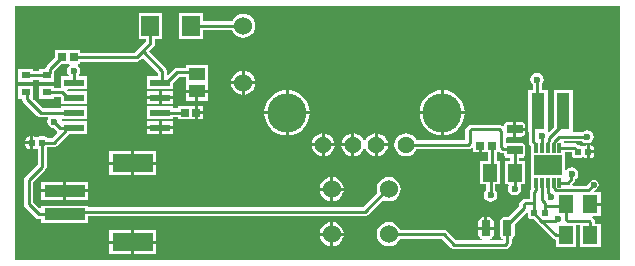
<source format=gtl>
G04*
G04 #@! TF.GenerationSoftware,Altium Limited,Altium Designer,21.2.0 (30)*
G04*
G04 Layer_Physical_Order=1*
G04 Layer_Color=255*
%FSLAX25Y25*%
%MOIN*%
G70*
G04*
G04 #@! TF.SameCoordinates,9EB53224-002F-4CA6-BEF0-4101847B7537*
G04*
G04*
G04 #@! TF.FilePolarity,Positive*
G04*
G01*
G75*
%ADD13C,0.01000*%
%ADD18R,0.13386X0.05906*%
%ADD19R,0.13780X0.03937*%
%ADD20R,0.06500X0.02200*%
%ADD21R,0.05315X0.04331*%
%ADD22R,0.03150X0.02362*%
%ADD23R,0.05984X0.06614*%
%ADD24R,0.02559X0.02559*%
G04:AMPARAMS|DCode=25|XSize=21.65mil|YSize=19.68mil|CornerRadius=2.46mil|HoleSize=0mil|Usage=FLASHONLY|Rotation=270.000|XOffset=0mil|YOffset=0mil|HoleType=Round|Shape=RoundedRectangle|*
%AMROUNDEDRECTD25*
21,1,0.02165,0.01476,0,0,270.0*
21,1,0.01673,0.01968,0,0,270.0*
1,1,0.00492,-0.00738,-0.00837*
1,1,0.00492,-0.00738,0.00837*
1,1,0.00492,0.00738,0.00837*
1,1,0.00492,0.00738,-0.00837*
%
%ADD25ROUNDEDRECTD25*%
G04:AMPARAMS|DCode=26|XSize=51.18mil|YSize=29.92mil|CornerRadius=3.74mil|HoleSize=0mil|Usage=FLASHONLY|Rotation=180.000|XOffset=0mil|YOffset=0mil|HoleType=Round|Shape=RoundedRectangle|*
%AMROUNDEDRECTD26*
21,1,0.05118,0.02244,0,0,180.0*
21,1,0.04370,0.02992,0,0,180.0*
1,1,0.00748,-0.02185,0.01122*
1,1,0.00748,0.02185,0.01122*
1,1,0.00748,0.02185,-0.01122*
1,1,0.00748,-0.02185,-0.01122*
%
%ADD26ROUNDEDRECTD26*%
%ADD27R,0.04724X0.05906*%
G04:AMPARAMS|DCode=28|XSize=51.18mil|YSize=29.92mil|CornerRadius=3.74mil|HoleSize=0mil|Usage=FLASHONLY|Rotation=270.000|XOffset=0mil|YOffset=0mil|HoleType=Round|Shape=RoundedRectangle|*
%AMROUNDEDRECTD28*
21,1,0.05118,0.02244,0,0,270.0*
21,1,0.04370,0.02992,0,0,270.0*
1,1,0.00748,-0.01122,-0.02185*
1,1,0.00748,-0.01122,0.02185*
1,1,0.00748,0.01122,0.02185*
1,1,0.00748,0.01122,-0.02185*
%
%ADD28ROUNDEDRECTD28*%
%ADD29R,0.04488X0.12008*%
%ADD30R,0.09400X0.06500*%
%ADD31R,0.01200X0.03200*%
%ADD50C,0.13055*%
%ADD51C,0.05622*%
%ADD52C,0.06000*%
%ADD53C,0.02362*%
G36*
X513006Y458477D02*
Y373994D01*
X311494Y373994D01*
Y458477D01*
X513006Y458477D01*
D02*
G37*
%LPC*%
G36*
X373992Y456307D02*
X366008D01*
Y447693D01*
X373992D01*
Y450471D01*
X383804D01*
X384006Y449983D01*
X384647Y449147D01*
X385483Y448506D01*
X386456Y448103D01*
X387500Y447965D01*
X388544Y448103D01*
X389517Y448506D01*
X390353Y449147D01*
X390994Y449983D01*
X391397Y450956D01*
X391534Y452000D01*
X391397Y453044D01*
X390994Y454017D01*
X390353Y454853D01*
X389517Y455494D01*
X388544Y455897D01*
X387500Y456035D01*
X386456Y455897D01*
X385483Y455494D01*
X384647Y454853D01*
X384006Y454017D01*
X383804Y453529D01*
X373992D01*
Y456307D01*
D02*
G37*
G36*
X360606D02*
X352622D01*
Y447693D01*
X355085D01*
Y446748D01*
X352919Y444581D01*
X351366Y443029D01*
X333279D01*
Y443780D01*
X324783D01*
Y441383D01*
X321993Y438593D01*
X321662Y438097D01*
X321579Y437681D01*
X319425D01*
Y437029D01*
X317575D01*
Y437681D01*
X312425D01*
Y433319D01*
X317575D01*
Y433971D01*
X319425D01*
Y433319D01*
X324575D01*
Y436033D01*
X324604Y436181D01*
Y436878D01*
X326946Y439221D01*
X329497D01*
X329649Y438721D01*
X329428Y438573D01*
X328945Y437851D01*
X328776Y437000D01*
X328945Y436149D01*
X329312Y435600D01*
X329086Y435100D01*
X326950D01*
Y431321D01*
X324575D01*
Y431972D01*
X319425D01*
Y427610D01*
X324575D01*
Y428262D01*
X326625D01*
X326950Y427937D01*
Y425900D01*
X335450D01*
Y430100D01*
X329166D01*
X328877Y430459D01*
X329066Y430900D01*
X335450D01*
Y435100D01*
X332729D01*
Y435662D01*
X333055Y436149D01*
X333224Y437000D01*
X333055Y437851D01*
X332573Y438573D01*
X332351Y438721D01*
X332503Y439221D01*
X333279D01*
Y439971D01*
X352000D01*
X352585Y440087D01*
X353081Y440419D01*
X354000Y441337D01*
X358971Y436367D01*
Y435100D01*
X355550D01*
Y430900D01*
X364050D01*
Y432937D01*
X366084Y434971D01*
X368342D01*
Y432547D01*
Y430701D01*
X375658D01*
Y432547D01*
Y438878D01*
X368342D01*
Y438029D01*
X365450D01*
X364865Y437913D01*
X364369Y437581D01*
X362491Y435704D01*
X362029Y435896D01*
Y437000D01*
X361913Y437585D01*
X361581Y438081D01*
X356163Y443500D01*
X357696Y445033D01*
X358027Y445529D01*
X358144Y446114D01*
Y447693D01*
X360606D01*
Y456307D01*
D02*
G37*
G36*
X388000Y436969D02*
Y433500D01*
X391469D01*
X391397Y434044D01*
X390994Y435017D01*
X390353Y435853D01*
X389517Y436494D01*
X388544Y436897D01*
X388000Y436969D01*
D02*
G37*
G36*
X387000D02*
X386456Y436897D01*
X385483Y436494D01*
X384647Y435853D01*
X384006Y435017D01*
X383603Y434044D01*
X383531Y433500D01*
X387000D01*
Y436969D01*
D02*
G37*
G36*
X391469Y432500D02*
X388000D01*
Y429031D01*
X388544Y429103D01*
X389517Y429506D01*
X390353Y430147D01*
X390994Y430983D01*
X391397Y431956D01*
X391469Y432500D01*
D02*
G37*
G36*
X387000D02*
X383531D01*
X383603Y431956D01*
X384006Y430983D01*
X384647Y430147D01*
X385483Y429506D01*
X386456Y429103D01*
X387000Y429031D01*
Y432500D01*
D02*
G37*
G36*
X364050Y430100D02*
X360300D01*
Y428500D01*
X364050D01*
Y430100D01*
D02*
G37*
G36*
X359300D02*
X355550D01*
Y428500D01*
X359300D01*
Y430100D01*
D02*
G37*
G36*
X375658Y429701D02*
X372500D01*
Y427035D01*
X375658D01*
Y429701D01*
D02*
G37*
G36*
X371500D02*
X368342D01*
Y427035D01*
X371500D01*
Y429701D01*
D02*
G37*
G36*
X364050Y427500D02*
X360300D01*
Y425900D01*
X364050D01*
Y427500D01*
D02*
G37*
G36*
X359300D02*
X355550D01*
Y425900D01*
X359300D01*
Y427500D01*
D02*
G37*
G36*
X371437Y425280D02*
X365721D01*
Y424529D01*
X364050D01*
Y425100D01*
X355550D01*
Y420900D01*
X364050D01*
Y421471D01*
X365721D01*
Y420720D01*
X371437D01*
Y423000D01*
Y425280D01*
D02*
G37*
G36*
X374217D02*
X372437D01*
Y423500D01*
X374217D01*
Y425280D01*
D02*
G37*
G36*
X454366Y430515D02*
Y423500D01*
X461381D01*
X461285Y424476D01*
X460854Y425895D01*
X460155Y427202D01*
X459215Y428348D01*
X458069Y429289D01*
X456761Y429988D01*
X455342Y430419D01*
X454366Y430515D01*
D02*
G37*
G36*
X402634Y430515D02*
Y423500D01*
X409649D01*
X409552Y424476D01*
X409122Y425895D01*
X408423Y427202D01*
X407482Y428348D01*
X406336Y429289D01*
X405028Y429988D01*
X403610Y430419D01*
X402634Y430515D01*
D02*
G37*
G36*
X401634Y430515D02*
X400658Y430419D01*
X399239Y429988D01*
X397932Y429289D01*
X396785Y428348D01*
X395845Y427202D01*
X395146Y425895D01*
X394715Y424476D01*
X394619Y423500D01*
X401634D01*
Y430515D01*
D02*
G37*
G36*
X453366Y430515D02*
X452390Y430419D01*
X450972Y429988D01*
X449664Y429289D01*
X448518Y428348D01*
X447577Y427202D01*
X446878Y425895D01*
X446448Y424476D01*
X446351Y423500D01*
X453366D01*
Y430515D01*
D02*
G37*
G36*
X374217Y422500D02*
X372437D01*
Y420720D01*
X374217D01*
Y422500D01*
D02*
G37*
G36*
X477500Y420023D02*
X475815D01*
X475279Y419916D01*
X474824Y419613D01*
X474521Y419158D01*
X474455Y418829D01*
X474174Y418678D01*
X474001Y418631D01*
X473918Y418633D01*
X473499Y418913D01*
X472914Y419029D01*
X463586D01*
X463000Y418913D01*
X462504Y418581D01*
X461919Y417996D01*
X461587Y417499D01*
X461471Y416914D01*
Y413860D01*
X445271D01*
X445108Y414253D01*
X444498Y415049D01*
X443702Y415660D01*
X442774Y416044D01*
X441780Y416175D01*
X440785Y416044D01*
X439858Y415660D01*
X439061Y415049D01*
X438451Y414253D01*
X438067Y413326D01*
X437936Y412331D01*
X438067Y411336D01*
X438451Y410409D01*
X439061Y409613D01*
X439858Y409002D01*
X440785Y408618D01*
X441780Y408487D01*
X442774Y408618D01*
X443702Y409002D01*
X444498Y409613D01*
X445108Y410409D01*
X445271Y410801D01*
X462414D01*
X462999Y410918D01*
X463496Y411249D01*
X463784Y411537D01*
X464284Y411330D01*
Y409721D01*
X466063D01*
Y412000D01*
X467063D01*
Y409721D01*
X468971D01*
Y406953D01*
X466370D01*
Y399047D01*
X468471D01*
Y397101D01*
X468428Y397073D01*
X467945Y396351D01*
X467776Y395500D01*
X467945Y394649D01*
X468428Y393928D01*
X469149Y393445D01*
X470000Y393276D01*
X470851Y393445D01*
X471572Y393928D01*
X472055Y394649D01*
X472224Y395500D01*
X472055Y396351D01*
X471572Y397073D01*
X471529Y397101D01*
Y399047D01*
X473095D01*
Y406953D01*
X472029D01*
Y409721D01*
X472780D01*
X472780Y409720D01*
Y409721D01*
X473279Y409735D01*
X473500Y409587D01*
X474086Y409471D01*
X474414D01*
Y409331D01*
X474521Y408795D01*
X474824Y408340D01*
X475279Y408036D01*
X475815Y407930D01*
X476471D01*
Y406953D01*
X474638D01*
Y399047D01*
X475729D01*
X475964Y398606D01*
X475915Y398532D01*
X475745Y397681D01*
X475915Y396830D01*
X476397Y396109D01*
X477118Y395626D01*
X477969Y395457D01*
X478820Y395626D01*
X479542Y396109D01*
X480024Y396830D01*
X480193Y397681D01*
X480024Y398532D01*
X479974Y398606D01*
X480210Y399047D01*
X481362D01*
Y406953D01*
X479529D01*
Y407930D01*
X480185D01*
X480721Y408036D01*
X481176Y408340D01*
X481479Y408795D01*
X481586Y409331D01*
Y411575D01*
X481479Y412111D01*
X481176Y412565D01*
X480721Y412869D01*
X480185Y412976D01*
X475815D01*
X475529Y412919D01*
X475029Y413258D01*
Y414695D01*
X475529Y415034D01*
X475815Y414977D01*
X477500D01*
Y417500D01*
Y420023D01*
D02*
G37*
G36*
X364050Y420100D02*
X360300D01*
Y418500D01*
X364050D01*
Y420100D01*
D02*
G37*
G36*
X359300D02*
X355550D01*
Y418500D01*
X359300D01*
Y420100D01*
D02*
G37*
G36*
X480185Y420023D02*
X478500D01*
Y418000D01*
X481586D01*
Y418622D01*
X481479Y419158D01*
X481176Y419613D01*
X480721Y419916D01*
X480185Y420023D01*
D02*
G37*
G36*
X364050Y417500D02*
X360300D01*
Y415900D01*
X364050D01*
Y417500D01*
D02*
G37*
G36*
X359300D02*
X355550D01*
Y415900D01*
X359300D01*
Y417500D01*
D02*
G37*
G36*
X461381Y422500D02*
X454366D01*
Y415485D01*
X455342Y415581D01*
X456761Y416012D01*
X458069Y416711D01*
X459215Y417652D01*
X460155Y418798D01*
X460854Y420105D01*
X461285Y421524D01*
X461381Y422500D01*
D02*
G37*
G36*
X401634D02*
X394619D01*
X394715Y421524D01*
X395146Y420105D01*
X395845Y418798D01*
X396785Y417652D01*
X397932Y416711D01*
X399239Y416012D01*
X400658Y415581D01*
X401634Y415485D01*
Y422500D01*
D02*
G37*
G36*
X409649D02*
X402634D01*
Y415485D01*
X403610Y415581D01*
X405028Y416012D01*
X406336Y416711D01*
X407482Y417652D01*
X408423Y418798D01*
X409122Y420105D01*
X409552Y421524D01*
X409649Y422500D01*
D02*
G37*
G36*
X453366D02*
X446351D01*
X446448Y421524D01*
X446878Y420105D01*
X447577Y418798D01*
X448518Y417652D01*
X449664Y416711D01*
X450972Y416012D01*
X452390Y415581D01*
X453366Y415485D01*
Y422500D01*
D02*
G37*
G36*
X481586Y417000D02*
X478500D01*
Y414977D01*
X480185D01*
X480721Y415084D01*
X481176Y415387D01*
X481479Y415842D01*
X481586Y416378D01*
Y417000D01*
D02*
G37*
G36*
X317575Y431972D02*
X312425D01*
Y427610D01*
X313792D01*
X313891Y427111D01*
X314223Y426615D01*
X318919Y421918D01*
X319415Y421587D01*
X320000Y421471D01*
X322329D01*
X322565Y421030D01*
X322445Y420851D01*
X322276Y420000D01*
X322445Y419149D01*
X322927Y418428D01*
X323649Y417945D01*
X324500Y417776D01*
X324551Y417786D01*
X325419Y416919D01*
X325490Y416871D01*
X325539Y416373D01*
X323695Y414529D01*
X322274D01*
X322136Y414735D01*
X321724Y415010D01*
X321238Y415107D01*
X319762D01*
X319276Y415010D01*
X318864Y414735D01*
X318593D01*
X318181Y415010D01*
X317695Y415107D01*
X317457D01*
Y413000D01*
Y410893D01*
X317695D01*
X318181Y410990D01*
X318471Y411183D01*
X318886Y411029D01*
X318971Y410962D01*
Y405633D01*
X314919Y401581D01*
X314587Y401085D01*
X314471Y400500D01*
Y392500D01*
X314587Y391915D01*
X314919Y391419D01*
X318356Y387982D01*
X318852Y387650D01*
X319437Y387534D01*
X320110D01*
Y386094D01*
X335890D01*
Y388471D01*
X428000D01*
X428585Y388587D01*
X429081Y388919D01*
X434114Y393952D01*
X434956Y393603D01*
X436000Y393465D01*
X437044Y393603D01*
X438017Y394006D01*
X438853Y394647D01*
X439494Y395483D01*
X439897Y396456D01*
X440034Y397500D01*
X439897Y398544D01*
X439494Y399517D01*
X438853Y400353D01*
X438017Y400994D01*
X437044Y401397D01*
X436000Y401535D01*
X434956Y401397D01*
X433983Y400994D01*
X433147Y400353D01*
X432506Y399517D01*
X432103Y398544D01*
X431965Y397500D01*
X432103Y396456D01*
X432159Y396322D01*
X427366Y391529D01*
X335890D01*
Y392032D01*
X320110D01*
Y391260D01*
X319610Y391053D01*
X317529Y393133D01*
Y399867D01*
X321581Y403919D01*
X321913Y404415D01*
X322029Y405000D01*
Y411193D01*
X322136Y411265D01*
X322274Y411471D01*
X324328D01*
X324914Y411587D01*
X325410Y411919D01*
X329391Y415900D01*
X335450D01*
Y420100D01*
X327405D01*
X327022Y420427D01*
X326943Y420597D01*
X326958Y420821D01*
X327055Y420900D01*
X335450D01*
Y425100D01*
X326950D01*
Y424529D01*
X320634D01*
X317894Y427269D01*
X317575Y427610D01*
X317575D01*
X317575Y427610D01*
Y431972D01*
D02*
G37*
G36*
X316457Y415107D02*
X316218D01*
X315732Y415010D01*
X315320Y414735D01*
X315045Y414323D01*
X314948Y413837D01*
Y413500D01*
X316457D01*
Y415107D01*
D02*
G37*
G36*
X414720Y416109D02*
Y412831D01*
X417999D01*
X417933Y413326D01*
X417549Y414253D01*
X416938Y415049D01*
X416142Y415660D01*
X415215Y416044D01*
X414720Y416109D01*
D02*
G37*
G36*
X432437Y416109D02*
Y412831D01*
X435715D01*
X435650Y413326D01*
X435266Y414253D01*
X434655Y415049D01*
X433859Y415660D01*
X432932Y416044D01*
X432437Y416109D01*
D02*
G37*
G36*
X413721D02*
X413226Y416044D01*
X412298Y415660D01*
X411502Y415049D01*
X410892Y414253D01*
X410507Y413326D01*
X410442Y412831D01*
X413721D01*
Y416109D01*
D02*
G37*
G36*
X423563D02*
X423068Y416044D01*
X422141Y415660D01*
X421345Y415049D01*
X420734Y414253D01*
X420350Y413326D01*
X420285Y412831D01*
X423563D01*
Y416109D01*
D02*
G37*
G36*
X485500Y436224D02*
X484649Y436055D01*
X483927Y435572D01*
X483445Y434851D01*
X483276Y434000D01*
X483445Y433149D01*
X483927Y432428D01*
X483971Y432399D01*
Y430504D01*
X482504D01*
Y416496D01*
X482648D01*
Y413223D01*
X482764Y412637D01*
X483096Y412141D01*
X483471Y411766D01*
Y411400D01*
X483500Y411252D01*
Y409750D01*
X483300D01*
Y401250D01*
X483500D01*
Y397663D01*
X483419Y397581D01*
X483087Y397085D01*
X482971Y396500D01*
Y394348D01*
X481586D01*
X481001Y394232D01*
X480504Y393900D01*
X479919Y393315D01*
X479587Y392818D01*
X479471Y392233D01*
Y391697D01*
X475860Y388086D01*
X474378D01*
X473842Y387979D01*
X473387Y387676D01*
X473084Y387221D01*
X472977Y386685D01*
Y382315D01*
X473084Y381779D01*
X473387Y381324D01*
X473842Y381021D01*
X473971Y380995D01*
Y380444D01*
X469773D01*
X469724Y380944D01*
X470111Y381021D01*
X470565Y381324D01*
X470869Y381779D01*
X470976Y382315D01*
Y384000D01*
X468453D01*
X465930D01*
Y382315D01*
X466036Y381779D01*
X466340Y381324D01*
X466795Y381021D01*
X467182Y380944D01*
X467133Y380444D01*
X458560D01*
X455422Y383581D01*
X454926Y383913D01*
X454341Y384029D01*
X439696D01*
X439494Y384517D01*
X438853Y385353D01*
X438017Y385994D01*
X437044Y386397D01*
X436000Y386535D01*
X434956Y386397D01*
X433983Y385994D01*
X433147Y385353D01*
X432506Y384517D01*
X432103Y383544D01*
X431965Y382500D01*
X432103Y381456D01*
X432506Y380483D01*
X433147Y379647D01*
X433983Y379006D01*
X434956Y378603D01*
X436000Y378466D01*
X437044Y378603D01*
X438017Y379006D01*
X438853Y379647D01*
X439494Y380483D01*
X439696Y380971D01*
X453707D01*
X456845Y377833D01*
X457341Y377501D01*
X457927Y377385D01*
X474914D01*
X475499Y377501D01*
X475996Y377833D01*
X476581Y378419D01*
X476913Y378915D01*
X477029Y379500D01*
Y380995D01*
X477158Y381021D01*
X477613Y381324D01*
X477916Y381779D01*
X478023Y382315D01*
Y385923D01*
X481991Y389891D01*
X482343Y389802D01*
X482491Y389700D01*
Y388663D01*
X482588Y388177D01*
X482864Y387765D01*
X483276Y387490D01*
X483762Y387393D01*
X484346D01*
X485848Y385891D01*
X490642Y381097D01*
X491138Y380765D01*
X491638Y380666D01*
Y378138D01*
X498362D01*
Y385471D01*
X499905D01*
Y378138D01*
X506630D01*
Y386043D01*
X504797D01*
Y386414D01*
X504681Y387000D01*
X504349Y387496D01*
X503798Y388047D01*
X503812Y388192D01*
X503966Y388547D01*
X506630D01*
Y392000D01*
X503268D01*
Y393000D01*
X506630D01*
Y396453D01*
X504769D01*
X504578Y396915D01*
X505582Y397919D01*
X505913Y398415D01*
X506029Y399000D01*
X505913Y399585D01*
X505582Y400081D01*
X505085Y400413D01*
X504500Y400529D01*
X503915Y400413D01*
X503419Y400081D01*
X501966Y398629D01*
X497446D01*
X497254Y399091D01*
X497821Y399658D01*
X498152Y400154D01*
X498265Y400722D01*
X498572Y400927D01*
X499055Y401649D01*
X499224Y402500D01*
X499055Y403351D01*
X498572Y404073D01*
X497851Y404555D01*
X497000Y404724D01*
X496149Y404555D01*
X495428Y404073D01*
X495200Y403732D01*
X494700Y403884D01*
Y409750D01*
X495191Y409771D01*
X496991D01*
Y409163D01*
X497088Y408677D01*
X497364Y408265D01*
X497776Y407990D01*
X498262Y407893D01*
X499738D01*
X500224Y407990D01*
X500636Y408265D01*
X500907D01*
X501319Y407990D01*
X501805Y407893D01*
X502043D01*
Y410000D01*
Y412107D01*
X501805D01*
X501319Y412010D01*
X500907Y411735D01*
X500636D01*
X500224Y412010D01*
X499738Y412107D01*
X499154D01*
X498880Y412381D01*
X498384Y412713D01*
X497798Y412829D01*
X494500D01*
Y413417D01*
X500550D01*
X500579Y413374D01*
X501300Y412892D01*
X502151Y412722D01*
X503003Y412892D01*
X503724Y413374D01*
X504206Y414095D01*
X504375Y414946D01*
X504206Y415797D01*
X503724Y416519D01*
X503003Y417001D01*
X502151Y417170D01*
X501300Y417001D01*
X500579Y416519D01*
X500550Y416475D01*
X497988D01*
X497496Y416496D01*
Y430504D01*
X491008D01*
Y418159D01*
X489492Y416643D01*
X488992Y416850D01*
Y430504D01*
X487029D01*
Y432399D01*
X487073Y432428D01*
X487555Y433149D01*
X487724Y434000D01*
X487555Y434851D01*
X487073Y435572D01*
X486351Y436055D01*
X485500Y436224D01*
D02*
G37*
G36*
X316457Y412500D02*
X314948D01*
Y412163D01*
X315045Y411677D01*
X315320Y411265D01*
X315732Y410990D01*
X316218Y410893D01*
X316457D01*
Y412500D01*
D02*
G37*
G36*
X503281Y412107D02*
X503043D01*
Y410500D01*
X504552D01*
Y410837D01*
X504455Y411323D01*
X504180Y411735D01*
X503768Y412010D01*
X503281Y412107D01*
D02*
G37*
G36*
X417999Y411831D02*
X414720D01*
Y408553D01*
X415215Y408618D01*
X416142Y409002D01*
X416938Y409613D01*
X417549Y410409D01*
X417933Y411336D01*
X417999Y411831D01*
D02*
G37*
G36*
X424563Y416109D02*
Y412331D01*
Y408553D01*
X425058Y408618D01*
X425985Y409002D01*
X426781Y409613D01*
X427392Y410409D01*
X427740Y411250D01*
X428000Y411296D01*
X428260Y411250D01*
X428608Y410409D01*
X429219Y409613D01*
X430015Y409002D01*
X430942Y408618D01*
X431437Y408553D01*
Y412331D01*
Y416109D01*
X430942Y416044D01*
X430015Y415660D01*
X429219Y415049D01*
X428608Y414253D01*
X428260Y413412D01*
X428000Y413365D01*
X427740Y413412D01*
X427392Y414253D01*
X426781Y415049D01*
X425985Y415660D01*
X425058Y416044D01*
X424563Y416109D01*
D02*
G37*
G36*
X435715Y411831D02*
X432437D01*
Y408553D01*
X432932Y408618D01*
X433859Y409002D01*
X434655Y409613D01*
X435266Y410409D01*
X435650Y411336D01*
X435715Y411831D01*
D02*
G37*
G36*
X423563D02*
X420285D01*
X420350Y411336D01*
X420734Y410409D01*
X421345Y409613D01*
X422141Y409002D01*
X423068Y408618D01*
X423563Y408553D01*
Y411831D01*
D02*
G37*
G36*
X413721D02*
X410442D01*
X410507Y411336D01*
X410892Y410409D01*
X411502Y409613D01*
X412298Y409002D01*
X413226Y408618D01*
X413721Y408553D01*
Y411831D01*
D02*
G37*
G36*
X504552Y409500D02*
X503043D01*
Y407893D01*
X503281D01*
X503768Y407990D01*
X504180Y408265D01*
X504455Y408677D01*
X504552Y409163D01*
Y409500D01*
D02*
G37*
G36*
X358331Y410142D02*
X351138D01*
Y406689D01*
X358331D01*
Y410142D01*
D02*
G37*
G36*
X350138D02*
X342945D01*
Y406689D01*
X350138D01*
Y410142D01*
D02*
G37*
G36*
X358331Y405689D02*
X351138D01*
Y402236D01*
X358331D01*
Y405689D01*
D02*
G37*
G36*
X350138D02*
X342945D01*
Y402236D01*
X350138D01*
Y405689D01*
D02*
G37*
G36*
X417500Y401469D02*
Y398000D01*
X420969D01*
X420897Y398544D01*
X420494Y399517D01*
X419853Y400353D01*
X419017Y400994D01*
X418044Y401397D01*
X417500Y401469D01*
D02*
G37*
G36*
X416500D02*
X415956Y401397D01*
X414983Y400994D01*
X414147Y400353D01*
X413506Y399517D01*
X413103Y398544D01*
X413031Y398000D01*
X416500D01*
Y401469D01*
D02*
G37*
G36*
X335890Y399905D02*
X328500D01*
Y397437D01*
X335890D01*
Y399905D01*
D02*
G37*
G36*
X327500D02*
X320110D01*
Y397437D01*
X327500D01*
Y399905D01*
D02*
G37*
G36*
X335890Y396437D02*
X328500D01*
Y393969D01*
X335890D01*
Y396437D01*
D02*
G37*
G36*
X327500D02*
X320110D01*
Y393969D01*
X327500D01*
Y396437D01*
D02*
G37*
G36*
X420969Y397000D02*
X417500D01*
Y393531D01*
X418044Y393603D01*
X419017Y394006D01*
X419853Y394647D01*
X420494Y395483D01*
X420897Y396456D01*
X420969Y397000D01*
D02*
G37*
G36*
X416500D02*
X413031D01*
X413103Y396456D01*
X413506Y395483D01*
X414147Y394647D01*
X414983Y394006D01*
X415956Y393603D01*
X416500Y393531D01*
Y397000D01*
D02*
G37*
G36*
X469575Y388086D02*
X468953D01*
Y385000D01*
X470976D01*
Y386685D01*
X470869Y387221D01*
X470565Y387676D01*
X470111Y387979D01*
X469575Y388086D01*
D02*
G37*
G36*
X467953D02*
X467331D01*
X466795Y387979D01*
X466340Y387676D01*
X466036Y387221D01*
X465930Y386685D01*
Y385000D01*
X467953D01*
Y388086D01*
D02*
G37*
G36*
X417500Y386469D02*
Y383000D01*
X420969D01*
X420897Y383544D01*
X420494Y384517D01*
X419853Y385353D01*
X419017Y385994D01*
X418044Y386397D01*
X417500Y386469D01*
D02*
G37*
G36*
X416500D02*
X415956Y386397D01*
X414983Y385994D01*
X414147Y385353D01*
X413506Y384517D01*
X413103Y383544D01*
X413031Y383000D01*
X416500D01*
Y386469D01*
D02*
G37*
G36*
X358331Y383764D02*
X351138D01*
Y380311D01*
X358331D01*
Y383764D01*
D02*
G37*
G36*
X350138D02*
X342945D01*
Y380311D01*
X350138D01*
Y383764D01*
D02*
G37*
G36*
X420969Y382000D02*
X417500D01*
Y378531D01*
X418044Y378603D01*
X419017Y379006D01*
X419853Y379647D01*
X420494Y380483D01*
X420897Y381456D01*
X420969Y382000D01*
D02*
G37*
G36*
X416500D02*
X413031D01*
X413103Y381456D01*
X413506Y380483D01*
X414147Y379647D01*
X414983Y379006D01*
X415956Y378603D01*
X416500Y378531D01*
Y382000D01*
D02*
G37*
G36*
X358331Y379311D02*
X351138D01*
Y375858D01*
X358331D01*
Y379311D01*
D02*
G37*
G36*
X350138D02*
X342945D01*
Y375858D01*
X350138D01*
Y379311D01*
D02*
G37*
%LPD*%
D13*
X428000Y390000D02*
X435500Y397500D01*
X328000Y389063D02*
X328937Y390000D01*
X428000D01*
X316000Y392500D02*
X319437Y389063D01*
X328000D01*
X316000Y392500D02*
Y400500D01*
X320500Y405000D01*
Y413000D01*
X326500Y418000D02*
X329050D01*
X324328Y413000D02*
X328450Y417122D01*
Y417400D01*
X329050Y418000D01*
X320500Y413000D02*
X324328D01*
X329050Y418000D02*
X331200D01*
X331000Y437000D02*
X331200Y436800D01*
Y433000D02*
Y436800D01*
X324500Y420000D02*
X326500Y418000D01*
X435500Y397500D02*
X436000D01*
X370000Y452000D02*
X387500D01*
X320000Y423000D02*
X331200D01*
X315304Y427696D02*
X320000Y423000D01*
X323075Y437512D02*
X327063Y441500D01*
X322000Y435500D02*
X322394D01*
X315000Y429791D02*
X315304Y429487D01*
Y427696D02*
Y429487D01*
X315000Y435500D02*
X322000D01*
X359800Y423000D02*
X368000D01*
X327259Y429791D02*
X329050Y428000D01*
X331200D01*
X356614Y446114D02*
Y452000D01*
X359900Y433000D02*
X361950D01*
X365450Y436500D02*
X372000D01*
X361950Y433000D02*
X365450Y436500D01*
X352000Y441500D02*
X354000Y443500D01*
X360500Y437000D01*
Y433600D02*
Y437000D01*
X359800Y433000D02*
X359900D01*
X360500Y433600D01*
X331000Y441500D02*
X352000D01*
X354000Y443500D02*
X356614Y446114D01*
X322394Y435500D02*
X323075Y436181D01*
X322000Y429791D02*
X327259D01*
X323075Y436181D02*
Y437512D01*
X463000Y412917D02*
Y416914D01*
X463586Y417500D01*
X472914D02*
X473500Y416914D01*
Y411586D02*
Y416914D01*
X463586Y417500D02*
X472914D01*
X462414Y412331D02*
X463000Y412917D01*
X441780Y412331D02*
X462414D01*
X497798Y411300D02*
X499000Y410098D01*
X492900Y411300D02*
X497798D01*
X499000Y410000D02*
Y410098D01*
X492900Y399700D02*
X495700D01*
X496739Y400739D02*
Y402239D01*
X497000Y402500D01*
X495700Y399700D02*
X496739Y400739D01*
X477969Y397681D02*
Y402969D01*
X474914Y378914D02*
X475500Y379500D01*
X454341Y382500D02*
X457927Y378914D01*
X436000Y382500D02*
X454341D01*
X475500Y379500D02*
Y384500D01*
X457927Y378914D02*
X474914D01*
X481000Y392233D02*
X481586Y392819D01*
X481000Y391063D02*
Y392233D01*
X481586Y392819D02*
X484500D01*
X475500Y384500D02*
Y385563D01*
X481000Y391063D01*
X487000Y394000D02*
X488086Y392914D01*
X484500Y389402D02*
X486929Y386972D01*
X484500Y389402D02*
Y389500D01*
X488043D02*
X488282Y389738D01*
X488043Y389500D02*
Y391847D01*
X484500Y389500D02*
Y392819D01*
X488043Y391847D02*
Y392043D01*
X488086Y392086D01*
Y392914D01*
X470500Y403768D02*
Y412000D01*
X469732Y403000D02*
X470000Y402732D01*
X469732Y403000D02*
X470500Y403768D01*
X470000Y395500D02*
Y402732D01*
X477502Y409955D02*
X478000Y409457D01*
X477969Y402969D02*
X478000Y403000D01*
Y409457D01*
X484500Y392819D02*
Y396500D01*
X485100Y397100D01*
Y399700D01*
X487000Y394000D02*
Y399700D01*
X489000Y396588D02*
Y399700D01*
X473500Y411586D02*
X474086Y411000D01*
X477453D01*
X478000Y410453D01*
X484177Y413223D02*
Y421429D01*
Y413223D02*
X485000Y412400D01*
Y411400D02*
Y412400D01*
Y411400D02*
X485100Y411300D01*
X487000D02*
Y415315D01*
X485500Y423248D02*
Y434000D01*
Y423248D02*
X485748Y423000D01*
X484177Y421429D02*
X485748Y423000D01*
X486929Y386972D02*
X491472D01*
X486929D02*
X491724Y382178D01*
X489000Y396588D02*
X490220Y395367D01*
Y394999D02*
Y395367D01*
X491000Y399700D02*
X491100Y399600D01*
Y397886D02*
Y399600D01*
X488043Y391847D02*
X494938D01*
X491100Y397886D02*
X491886Y397100D01*
X491472Y386972D02*
X491628Y387128D01*
X492065D01*
X492326Y387388D01*
X491724Y382178D02*
X494913D01*
X495000Y382090D01*
X494938Y391847D02*
X495000Y391910D01*
Y387586D02*
Y391910D01*
Y387586D02*
X495586Y387000D01*
X491886Y397100D02*
X502600D01*
X495586Y387000D02*
X502682D01*
X503268Y386414D01*
Y382090D02*
Y386414D01*
X502600Y397100D02*
X504500Y399000D01*
X491900Y413900D02*
X492946Y414946D01*
X494252Y419240D02*
Y423000D01*
X492946Y414946D02*
X502151D01*
X489000Y411300D02*
X489100Y411400D01*
Y413194D01*
X489610Y413704D01*
Y414599D01*
X491000Y411300D02*
X491100Y411400D01*
Y413114D01*
X491886Y413900D01*
X491900D01*
X489610Y414599D02*
X494252Y419240D01*
D18*
X350638Y379811D02*
D03*
Y406189D02*
D03*
D19*
X328000Y389063D02*
D03*
Y396937D02*
D03*
D20*
X331200Y418000D02*
D03*
Y423000D02*
D03*
Y428000D02*
D03*
Y433000D02*
D03*
X359800D02*
D03*
Y428000D02*
D03*
Y423000D02*
D03*
Y418000D02*
D03*
D21*
X372000Y435713D02*
D03*
Y430201D02*
D03*
D22*
X322000Y435500D02*
D03*
Y429791D02*
D03*
X315000Y435500D02*
D03*
Y429791D02*
D03*
D23*
X356614Y452000D02*
D03*
X370000D02*
D03*
D24*
X331000Y441500D02*
D03*
X327063D02*
D03*
X368000Y423000D02*
D03*
X371937D02*
D03*
X466563Y412000D02*
D03*
X470500D02*
D03*
D25*
X316957Y413000D02*
D03*
X320500D02*
D03*
X499000Y410000D02*
D03*
X502543D02*
D03*
X484500Y389500D02*
D03*
X488043D02*
D03*
D26*
X478000Y410453D02*
D03*
Y417500D02*
D03*
D27*
X469732Y403000D02*
D03*
X478000D02*
D03*
X503268Y382090D02*
D03*
X495000D02*
D03*
Y392500D02*
D03*
X503268D02*
D03*
D28*
X475500Y384500D02*
D03*
X468453D02*
D03*
D29*
X485748Y423500D02*
D03*
X494252D02*
D03*
D30*
X489000Y405500D02*
D03*
D31*
X492900Y399700D02*
D03*
X491000D02*
D03*
X489000D02*
D03*
X487000D02*
D03*
X485100D02*
D03*
Y411300D02*
D03*
X487000D02*
D03*
X489000D02*
D03*
X491000D02*
D03*
X492900D02*
D03*
D50*
X402134Y423000D02*
D03*
X453866D02*
D03*
D51*
X414221Y412331D02*
D03*
X424063D02*
D03*
X431937D02*
D03*
X441780D02*
D03*
D52*
X436000Y397500D02*
D03*
X417000D02*
D03*
X387500Y433000D02*
D03*
Y452000D02*
D03*
X436000Y382500D02*
D03*
X417000D02*
D03*
D53*
X506890Y452756D02*
D03*
X501968Y442913D02*
D03*
X506890Y433071D02*
D03*
X501968Y423228D02*
D03*
X497047Y452756D02*
D03*
X492126Y442913D02*
D03*
X487205Y452756D02*
D03*
X482283Y442913D02*
D03*
Y383858D02*
D03*
X477362Y452756D02*
D03*
X472441Y442913D02*
D03*
X477362Y433071D02*
D03*
X472441Y423228D02*
D03*
X467520Y452756D02*
D03*
X462598Y442913D02*
D03*
X467520Y433071D02*
D03*
X462598Y423228D02*
D03*
Y403543D02*
D03*
Y383858D02*
D03*
X457677Y452756D02*
D03*
X452756Y442913D02*
D03*
X457677Y433071D02*
D03*
X452756Y403543D02*
D03*
X457677Y393701D02*
D03*
X447835Y452756D02*
D03*
X442913Y442913D02*
D03*
X447835Y433071D02*
D03*
X442913Y423228D02*
D03*
Y403543D02*
D03*
X447835Y393701D02*
D03*
X437992Y452756D02*
D03*
X433071Y442913D02*
D03*
X437992Y433071D02*
D03*
X433071Y423228D02*
D03*
Y403543D02*
D03*
X428150Y452756D02*
D03*
X423228Y442913D02*
D03*
X428150Y433071D02*
D03*
X423228Y423228D02*
D03*
Y403543D02*
D03*
Y383858D02*
D03*
X418307Y452756D02*
D03*
X413386Y442913D02*
D03*
X418307Y433071D02*
D03*
X413386Y423228D02*
D03*
Y403543D02*
D03*
X408465Y452756D02*
D03*
X403543Y442913D02*
D03*
X408465Y433071D02*
D03*
Y413386D02*
D03*
X403543Y403543D02*
D03*
X408465Y393701D02*
D03*
X403543Y383858D02*
D03*
X398622Y452756D02*
D03*
X393701Y442913D02*
D03*
X398622Y433071D02*
D03*
Y413386D02*
D03*
X393701Y403543D02*
D03*
X398622Y393701D02*
D03*
X393701Y383858D02*
D03*
X383858Y442913D02*
D03*
Y423228D02*
D03*
X388779Y413386D02*
D03*
X383858Y403543D02*
D03*
X388779Y393701D02*
D03*
X383858Y383858D02*
D03*
X374016Y442913D02*
D03*
X378937Y433071D02*
D03*
Y413386D02*
D03*
X374016Y403543D02*
D03*
X378937Y393701D02*
D03*
X374016Y383858D02*
D03*
X364173Y442913D02*
D03*
X369094Y413386D02*
D03*
X364173Y403543D02*
D03*
X369094Y393701D02*
D03*
X364173Y383858D02*
D03*
X354331Y423228D02*
D03*
X359252Y413386D02*
D03*
Y393701D02*
D03*
X349410Y452756D02*
D03*
Y433071D02*
D03*
X344488Y423228D02*
D03*
X349410Y413386D02*
D03*
Y393701D02*
D03*
X339567Y452756D02*
D03*
Y433071D02*
D03*
Y413386D02*
D03*
X334646Y403543D02*
D03*
X339567Y393701D02*
D03*
X334646Y383858D02*
D03*
X329724Y452756D02*
D03*
Y413386D02*
D03*
X324803Y403543D02*
D03*
Y383858D02*
D03*
X319882Y452756D02*
D03*
X314961Y442913D02*
D03*
Y423228D02*
D03*
Y403543D02*
D03*
Y383858D02*
D03*
X331000Y437000D02*
D03*
X324500Y420000D02*
D03*
X477969Y397681D02*
D03*
X497000Y402500D02*
D03*
X502151Y414946D02*
D03*
X504500Y399000D02*
D03*
X470000Y395500D02*
D03*
X485500Y434000D02*
D03*
X487000Y415315D02*
D03*
X490220Y394999D02*
D03*
X492326Y387388D02*
D03*
M02*

</source>
